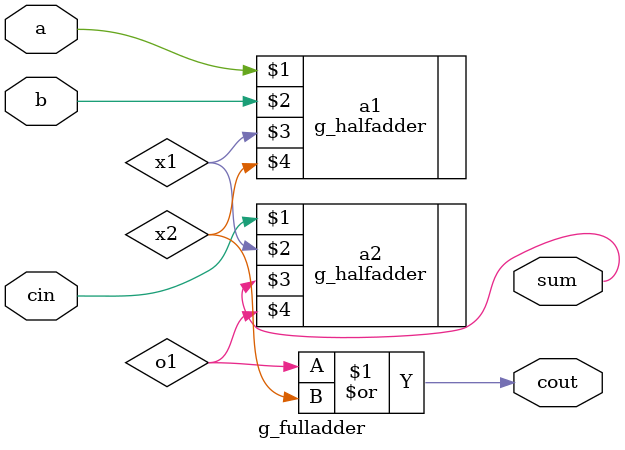
<source format=v>
module g_fulladder(input a,b,cin, output sum, cout);
    wire x1,x2,o1;
    g_halfadder a1(a,b,x1,x2);
    g_halfadder a2(cin,x1,sum,o1);
    or(cout,o1,x2);
endmodule

</source>
